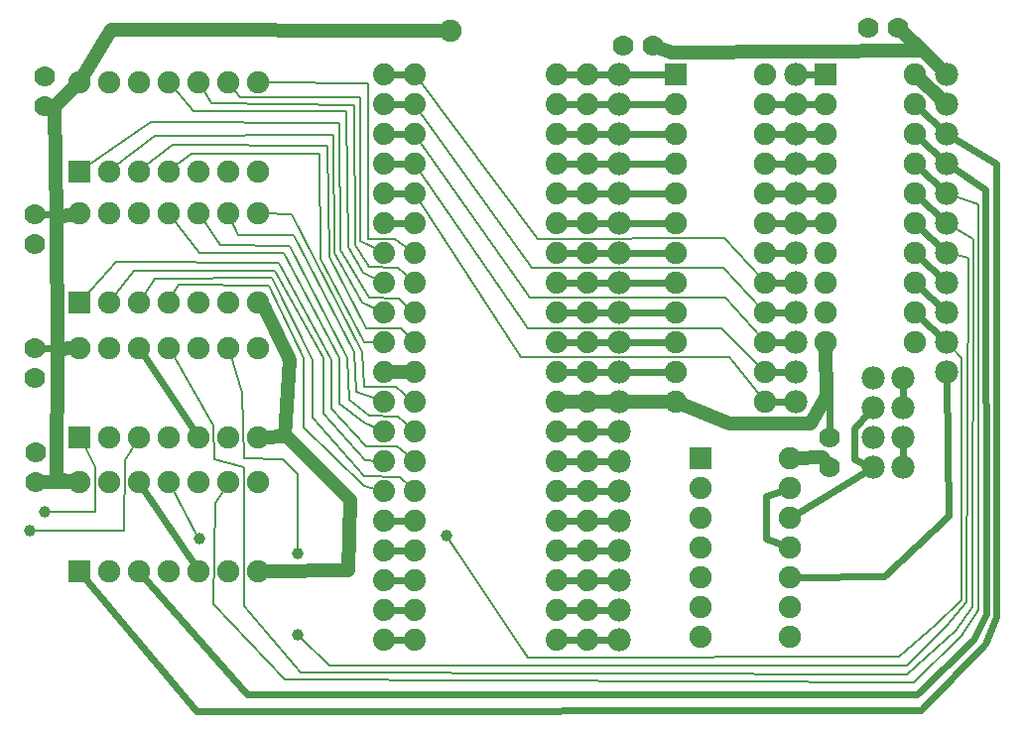
<source format=gtl>
G04 MADE WITH FRITZING*
G04 WWW.FRITZING.ORG*
G04 DOUBLE SIDED*
G04 HOLES PLATED*
G04 CONTOUR ON CENTER OF CONTOUR VECTOR*
%ASAXBY*%
%FSLAX23Y23*%
%MOIN*%
%OFA0B0*%
%SFA1.0B1.0*%
%ADD10C,0.075433*%
%ADD11C,0.078000*%
%ADD12C,0.070000*%
%ADD13C,0.039370*%
%ADD14C,0.075000*%
%ADD15C,0.074000*%
%ADD16R,0.075000X0.075000*%
%ADD17C,0.048000*%
%ADD18C,0.024000*%
%ADD19C,0.008000*%
%LNCOPPER1*%
G90*
G70*
G54D10*
X1522Y2356D03*
G54D11*
X2086Y2208D03*
X2086Y2108D03*
X2086Y2008D03*
X2086Y1908D03*
X2086Y1808D03*
X2086Y1708D03*
X2086Y1608D03*
X2086Y1508D03*
X2086Y1408D03*
X2086Y1308D03*
X2086Y1208D03*
X2086Y1108D03*
X2086Y1008D03*
X2086Y908D03*
X2086Y808D03*
X2086Y708D03*
X2086Y608D03*
X2086Y508D03*
X2086Y408D03*
X2086Y308D03*
X2680Y2209D03*
X2680Y2109D03*
X2680Y2009D03*
X2680Y1909D03*
X2680Y1809D03*
X2680Y1709D03*
X2680Y1609D03*
X2680Y1509D03*
X2680Y1409D03*
X2680Y1309D03*
X2680Y1209D03*
X2680Y1109D03*
X3188Y2209D03*
X3188Y2109D03*
X3188Y2009D03*
X3188Y1909D03*
X3188Y1809D03*
X3188Y1709D03*
X3188Y1609D03*
X3188Y1509D03*
X3188Y1409D03*
X3188Y1309D03*
X3188Y1209D03*
G54D12*
X156Y2103D03*
X156Y2203D03*
G54D13*
X1508Y660D03*
G54D14*
X274Y1441D03*
X274Y1741D03*
X374Y1441D03*
X374Y1741D03*
X474Y1441D03*
X474Y1741D03*
X574Y1441D03*
X574Y1741D03*
X674Y1441D03*
X674Y1741D03*
X774Y1441D03*
X774Y1741D03*
X874Y1441D03*
X874Y1741D03*
X274Y1883D03*
X274Y2183D03*
X374Y1883D03*
X374Y2183D03*
X474Y1883D03*
X474Y2183D03*
X574Y1883D03*
X574Y2183D03*
X674Y1883D03*
X674Y2183D03*
X774Y1883D03*
X774Y2183D03*
X874Y1883D03*
X874Y2183D03*
G54D15*
X1401Y2207D03*
X1401Y2107D03*
X1401Y2007D03*
X1401Y1907D03*
X1401Y1807D03*
X1401Y1707D03*
X1401Y1607D03*
X1401Y1507D03*
X1401Y1407D03*
X1401Y1307D03*
X1401Y1207D03*
X1401Y1107D03*
X1401Y1007D03*
X1401Y907D03*
X1401Y807D03*
X1401Y707D03*
X1401Y607D03*
X1401Y507D03*
X1401Y407D03*
X1401Y307D03*
X1981Y307D03*
X1981Y407D03*
X1981Y507D03*
X1981Y607D03*
X1981Y707D03*
X1981Y807D03*
X1981Y907D03*
X1981Y1007D03*
X1981Y1207D03*
X1981Y1307D03*
X1981Y1407D03*
X1981Y1507D03*
X1981Y1607D03*
X1981Y1707D03*
X1981Y1807D03*
X1981Y1907D03*
X1981Y2007D03*
X1981Y2107D03*
X1981Y2207D03*
X1981Y1107D03*
X1401Y2207D03*
X1401Y2107D03*
X1401Y2007D03*
X1401Y1907D03*
X1401Y1807D03*
X1401Y1707D03*
X1401Y1607D03*
X1401Y1507D03*
X1401Y1407D03*
X1401Y1307D03*
X1401Y1207D03*
X1401Y1107D03*
X1401Y1007D03*
X1401Y907D03*
X1401Y807D03*
X1401Y707D03*
X1401Y607D03*
X1401Y507D03*
X1401Y407D03*
X1401Y307D03*
X1981Y307D03*
X1981Y407D03*
X1981Y507D03*
X1981Y607D03*
X1981Y707D03*
X1981Y807D03*
X1981Y907D03*
X1981Y1007D03*
X1981Y1207D03*
X1981Y1307D03*
X1981Y1407D03*
X1981Y1507D03*
X1981Y1607D03*
X1981Y1707D03*
X1981Y1807D03*
X1981Y1907D03*
X1981Y2007D03*
X1981Y2107D03*
X1981Y2207D03*
X1981Y1107D03*
G54D12*
X125Y1740D03*
X125Y1640D03*
X2101Y2305D03*
X2202Y2305D03*
G54D13*
X676Y648D03*
G54D15*
X1298Y2207D03*
X1298Y2107D03*
X1298Y2007D03*
X1298Y1907D03*
X1298Y1807D03*
X1298Y1707D03*
X1298Y1607D03*
X1298Y1507D03*
X1298Y1407D03*
X1298Y1307D03*
X1298Y1207D03*
X1298Y1107D03*
X1298Y1007D03*
X1298Y907D03*
X1298Y807D03*
X1298Y707D03*
X1298Y607D03*
X1298Y507D03*
X1298Y407D03*
X1298Y307D03*
X1878Y307D03*
X1878Y407D03*
X1878Y507D03*
X1878Y607D03*
X1878Y707D03*
X1878Y807D03*
X1878Y907D03*
X1878Y1007D03*
X1878Y1207D03*
X1878Y1307D03*
X1878Y1407D03*
X1878Y1507D03*
X1878Y1607D03*
X1878Y1707D03*
X1878Y1807D03*
X1878Y1907D03*
X1878Y2007D03*
X1878Y2107D03*
X1878Y2207D03*
X1878Y1107D03*
X1298Y2207D03*
X1298Y2107D03*
X1298Y2007D03*
X1298Y1907D03*
X1298Y1807D03*
X1298Y1707D03*
X1298Y1607D03*
X1298Y1507D03*
X1298Y1407D03*
X1298Y1307D03*
X1298Y1207D03*
X1298Y1107D03*
X1298Y1007D03*
X1298Y907D03*
X1298Y807D03*
X1298Y707D03*
X1298Y607D03*
X1298Y507D03*
X1298Y407D03*
X1298Y307D03*
X1878Y307D03*
X1878Y407D03*
X1878Y507D03*
X1878Y607D03*
X1878Y707D03*
X1878Y807D03*
X1878Y907D03*
X1878Y1007D03*
X1878Y1207D03*
X1878Y1307D03*
X1878Y1407D03*
X1878Y1507D03*
X1878Y1607D03*
X1878Y1707D03*
X1878Y1807D03*
X1878Y1907D03*
X1878Y2007D03*
X1878Y2107D03*
X1878Y2207D03*
X1878Y1107D03*
G54D12*
X129Y937D03*
X129Y837D03*
G54D13*
X109Y675D03*
G54D14*
X2279Y2208D03*
X2579Y2208D03*
X2279Y2108D03*
X2579Y2108D03*
X2279Y2008D03*
X2579Y2008D03*
X2279Y1908D03*
X2579Y1908D03*
X2279Y1808D03*
X2579Y1808D03*
X2279Y1708D03*
X2579Y1708D03*
X2279Y1608D03*
X2579Y1608D03*
X2279Y1508D03*
X2579Y1508D03*
X2279Y1408D03*
X2579Y1408D03*
X2279Y1308D03*
X2579Y1308D03*
X2279Y1208D03*
X2579Y1208D03*
X2279Y1108D03*
X2579Y1108D03*
G54D12*
X125Y1287D03*
X125Y1187D03*
X2924Y2364D03*
X3024Y2364D03*
G54D13*
X156Y738D03*
G54D14*
X275Y989D03*
X275Y1289D03*
X375Y989D03*
X375Y1289D03*
X475Y989D03*
X475Y1289D03*
X575Y989D03*
X575Y1289D03*
X675Y989D03*
X675Y1289D03*
X775Y989D03*
X775Y1289D03*
X875Y989D03*
X875Y1289D03*
G54D11*
X2940Y1189D03*
X2940Y1089D03*
X2940Y989D03*
X2940Y889D03*
X2940Y1189D03*
X2940Y1089D03*
X2940Y989D03*
X2940Y889D03*
X3040Y889D03*
X3040Y989D03*
X3040Y1089D03*
X3040Y1189D03*
G54D13*
X1008Y324D03*
G54D14*
X2782Y2207D03*
X3082Y2207D03*
X2782Y2107D03*
X3082Y2107D03*
X2782Y2007D03*
X3082Y2007D03*
X2782Y1907D03*
X3082Y1907D03*
X2782Y1807D03*
X3082Y1807D03*
X2782Y1707D03*
X3082Y1707D03*
X2782Y1607D03*
X3082Y1607D03*
X2782Y1507D03*
X3082Y1507D03*
X2782Y1407D03*
X3082Y1407D03*
X2782Y1307D03*
X3082Y1307D03*
G54D12*
X2794Y890D03*
X2794Y990D03*
G54D13*
X1008Y600D03*
G54D14*
X275Y537D03*
X275Y837D03*
X375Y537D03*
X375Y837D03*
X475Y537D03*
X475Y837D03*
X575Y537D03*
X575Y837D03*
X675Y537D03*
X675Y837D03*
X775Y537D03*
X775Y837D03*
X875Y537D03*
X875Y837D03*
X2361Y918D03*
X2661Y918D03*
X2361Y818D03*
X2661Y818D03*
X2361Y718D03*
X2661Y718D03*
X2361Y618D03*
X2661Y618D03*
X2361Y518D03*
X2661Y518D03*
X2361Y418D03*
X2661Y418D03*
X2361Y318D03*
X2661Y318D03*
G54D16*
X274Y1441D03*
X274Y1883D03*
X2279Y2208D03*
X275Y989D03*
X2782Y2207D03*
X275Y537D03*
X2361Y918D03*
G54D17*
X382Y2359D02*
X284Y2198D01*
D02*
X1505Y2356D02*
X382Y2359D01*
G54D18*
D02*
X2067Y508D02*
X2001Y508D01*
D02*
X2067Y608D02*
X2001Y608D01*
D02*
X2067Y708D02*
X2001Y708D01*
D02*
X2067Y808D02*
X2001Y808D01*
D02*
X2067Y908D02*
X2001Y908D01*
D02*
X2067Y1008D02*
X2001Y1008D01*
D02*
X2661Y1609D02*
X2596Y1608D01*
D02*
X2661Y1509D02*
X2596Y1508D01*
D02*
X2661Y1409D02*
X2596Y1408D01*
D02*
X2661Y1309D02*
X2596Y1308D01*
D02*
X2661Y1209D02*
X2596Y1208D01*
D02*
X2661Y1109D02*
X2596Y1108D01*
D02*
X2067Y308D02*
X2001Y308D01*
D02*
X2067Y408D02*
X2001Y408D01*
D02*
X3095Y1496D02*
X3174Y1422D01*
D02*
X3174Y1522D02*
X3095Y1596D01*
D02*
X3174Y1622D02*
X3095Y1696D01*
D02*
X3174Y1722D02*
X3095Y1796D01*
D02*
X3174Y1822D02*
X3095Y1896D01*
D02*
X3174Y1922D02*
X3095Y1996D01*
D02*
X3174Y2022D02*
X3095Y2096D01*
D02*
X2067Y2008D02*
X2002Y2008D01*
D02*
X2105Y2008D02*
X2261Y2008D01*
D02*
X2002Y2108D02*
X2067Y2108D01*
D02*
X2105Y2108D02*
X2261Y2108D01*
D02*
X2002Y2208D02*
X2067Y2208D01*
D02*
X2105Y2208D02*
X2261Y2208D01*
G54D17*
D02*
X2263Y2282D02*
X3106Y2289D01*
D02*
X3106Y2289D02*
X3174Y2222D01*
D02*
X2216Y2300D02*
X2263Y2282D01*
D02*
X3095Y2196D02*
X3174Y2122D01*
G54D18*
D02*
X3095Y1396D02*
X3174Y1322D01*
D02*
X2067Y1508D02*
X2002Y1508D01*
D02*
X2105Y1508D02*
X2261Y1508D01*
D02*
X2067Y1608D02*
X2002Y1608D01*
D02*
X2105Y1608D02*
X2261Y1608D01*
D02*
X2067Y1708D02*
X2002Y1708D01*
D02*
X2105Y1708D02*
X2261Y1708D01*
D02*
X2067Y1808D02*
X2002Y1808D01*
D02*
X2105Y1808D02*
X2261Y1808D01*
D02*
X2067Y1908D02*
X2002Y1908D01*
D02*
X2105Y1908D02*
X2261Y1908D01*
D02*
X2699Y2109D02*
X2764Y2108D01*
D02*
X2699Y2209D02*
X2764Y2208D01*
G54D17*
D02*
X2067Y1108D02*
X2002Y1108D01*
D02*
X2105Y1108D02*
X2261Y1108D01*
G54D18*
D02*
X2067Y1208D02*
X2002Y1208D01*
D02*
X2105Y1208D02*
X2261Y1208D01*
D02*
X2067Y1308D02*
X2002Y1308D01*
D02*
X2105Y1308D02*
X2261Y1308D01*
D02*
X2067Y1408D02*
X2002Y1408D01*
D02*
X2105Y1408D02*
X2261Y1408D01*
G54D17*
D02*
X3106Y2289D02*
X3035Y2354D01*
G54D18*
D02*
X2661Y1709D02*
X2596Y1708D01*
D02*
X2699Y1709D02*
X2764Y1708D01*
D02*
X2661Y1809D02*
X2596Y1808D01*
D02*
X2699Y1809D02*
X2764Y1808D01*
D02*
X2661Y1909D02*
X2596Y1908D01*
D02*
X2699Y1909D02*
X2764Y1908D01*
D02*
X2661Y2009D02*
X2596Y2008D01*
D02*
X2699Y2009D02*
X2764Y2008D01*
D02*
X2661Y2109D02*
X2596Y2108D01*
D02*
X2976Y523D02*
X2679Y518D01*
D02*
X3193Y726D02*
X2976Y523D01*
D02*
X3188Y1190D02*
X3193Y726D01*
D02*
X2582Y648D02*
X2582Y793D01*
D02*
X2582Y793D02*
X2645Y813D01*
D02*
X2645Y624D02*
X2582Y648D01*
D02*
X1959Y2207D02*
X1900Y2207D01*
D02*
X1959Y2107D02*
X1900Y2107D01*
D02*
X1959Y2007D02*
X1900Y2007D01*
D02*
X1959Y1907D02*
X1900Y1907D01*
D02*
X1959Y1807D02*
X1900Y1807D01*
D02*
X1959Y1707D02*
X1900Y1707D01*
D02*
X1959Y1607D02*
X1900Y1607D01*
D02*
X1959Y1507D02*
X1900Y1507D01*
D02*
X1959Y1407D02*
X1900Y1407D01*
D02*
X1959Y1307D02*
X1900Y1307D01*
D02*
X1959Y1207D02*
X1900Y1207D01*
G54D17*
D02*
X1959Y1107D02*
X1900Y1107D01*
G54D18*
D02*
X1961Y1007D02*
X1898Y1007D01*
D02*
X1961Y907D02*
X1898Y907D01*
D02*
X1961Y807D02*
X1898Y807D01*
D02*
X1961Y707D02*
X1898Y707D01*
D02*
X1961Y607D02*
X1898Y607D01*
D02*
X1961Y507D02*
X1898Y507D01*
D02*
X1961Y407D02*
X1898Y407D01*
D02*
X1961Y307D02*
X1898Y307D01*
D02*
X1318Y2207D02*
X1381Y2207D01*
D02*
X1318Y2107D02*
X1381Y2107D01*
D02*
X1318Y2007D02*
X1381Y2007D01*
D02*
X1318Y1907D02*
X1381Y1907D01*
D02*
X1318Y1807D02*
X1381Y1807D01*
D02*
X1318Y1707D02*
X1381Y1707D01*
G54D17*
D02*
X1318Y1207D02*
X1381Y1207D01*
G54D18*
D02*
X1318Y707D02*
X1381Y707D01*
D02*
X1318Y607D02*
X1381Y607D01*
D02*
X1318Y507D02*
X1381Y507D01*
D02*
X1318Y407D02*
X1381Y407D01*
D02*
X1318Y307D02*
X1381Y307D01*
G54D17*
D02*
X196Y1730D02*
X191Y2100D01*
D02*
X191Y2100D02*
X262Y2171D01*
D02*
X257Y1739D02*
X196Y1730D01*
D02*
X200Y1285D02*
X257Y1288D01*
D02*
X196Y1730D02*
X200Y1285D01*
D02*
X200Y1285D02*
X196Y848D01*
D02*
X196Y848D02*
X258Y839D01*
G54D19*
D02*
X1384Y1619D02*
X1333Y1656D01*
D02*
X1243Y1656D02*
X1243Y2179D01*
D02*
X1243Y2179D02*
X892Y2183D01*
D02*
X1333Y1656D02*
X1243Y1656D01*
D02*
X813Y2132D02*
X785Y2169D01*
D02*
X1219Y2132D02*
X813Y2132D01*
D02*
X1219Y1648D02*
X1219Y2132D01*
D02*
X1280Y1617D02*
X1219Y1648D01*
D02*
X1196Y2104D02*
X1200Y1635D01*
D02*
X719Y2111D02*
X1196Y2104D01*
D02*
X1200Y1635D02*
X1247Y1561D01*
D02*
X684Y2168D02*
X719Y2111D01*
D02*
X1247Y1561D02*
X1345Y1558D01*
D02*
X1345Y1558D02*
X1386Y1521D01*
D02*
X1228Y1541D02*
X1280Y1516D01*
D02*
X1172Y2084D02*
X1176Y1628D01*
D02*
X1176Y1628D02*
X1228Y1541D01*
D02*
X656Y2085D02*
X1172Y2084D01*
D02*
X586Y2170D02*
X656Y2085D01*
D02*
X1152Y1620D02*
X1149Y2045D01*
D02*
X1346Y1454D02*
X1247Y1459D01*
D02*
X1385Y1420D02*
X1346Y1454D01*
D02*
X1247Y1459D02*
X1152Y1620D01*
D02*
X1149Y2045D02*
X515Y2050D01*
D02*
X1132Y1609D02*
X1223Y1443D01*
D02*
X1223Y1443D02*
X1280Y1416D01*
D02*
X1129Y2005D02*
X1132Y1609D01*
D02*
X526Y2002D02*
X1129Y2005D01*
D02*
X515Y2050D02*
X289Y1893D01*
D02*
X526Y2002D02*
X388Y1894D01*
D02*
X1239Y1356D02*
X1114Y1596D01*
D02*
X1353Y1356D02*
X1239Y1356D01*
D02*
X1114Y1596D02*
X1106Y1970D01*
D02*
X1106Y1970D02*
X589Y1971D01*
D02*
X589Y1971D02*
X488Y1894D01*
D02*
X1387Y1322D02*
X1353Y1356D01*
D02*
X1231Y1308D02*
X1085Y1588D01*
D02*
X1085Y1588D02*
X1082Y1943D01*
D02*
X1082Y1943D02*
X652Y1943D01*
D02*
X652Y1943D02*
X588Y1894D01*
D02*
X1278Y1308D02*
X1231Y1308D01*
D02*
X1337Y1159D02*
X1231Y1159D01*
D02*
X1231Y1159D02*
X1223Y1274D01*
D02*
X987Y1737D02*
X892Y1741D01*
D02*
X1385Y1120D02*
X1337Y1159D01*
D02*
X1223Y1274D02*
X987Y1737D01*
D02*
X1204Y1143D02*
X1196Y1274D01*
D02*
X1196Y1274D02*
X995Y1667D01*
D02*
X809Y1667D02*
X782Y1726D01*
D02*
X1280Y1115D02*
X1204Y1143D01*
D02*
X995Y1667D02*
X809Y1667D01*
D02*
X1175Y1255D02*
X980Y1632D01*
D02*
X1180Y1116D02*
X1175Y1255D01*
D02*
X980Y1632D02*
X746Y1635D01*
D02*
X746Y1635D02*
X684Y1727D01*
D02*
X1247Y1061D02*
X1345Y1058D01*
D02*
X1345Y1058D02*
X1386Y1021D01*
D02*
X1180Y1116D02*
X1247Y1061D01*
D02*
X1149Y1255D02*
X960Y1609D01*
D02*
X1149Y1101D02*
X1149Y1255D01*
D02*
X1231Y1037D02*
X1149Y1101D01*
D02*
X960Y1609D02*
X676Y1608D01*
D02*
X676Y1608D02*
X585Y1727D01*
D02*
X1280Y1016D02*
X1231Y1037D01*
D02*
X1239Y959D02*
X1342Y959D01*
D02*
X1342Y959D02*
X1386Y921D01*
D02*
X1122Y1250D02*
X1122Y1085D01*
D02*
X1122Y1085D02*
X1239Y959D01*
D02*
X397Y1577D02*
X945Y1576D01*
D02*
X286Y1454D02*
X397Y1577D01*
D02*
X945Y1576D02*
X1122Y1250D01*
D02*
X1093Y1069D02*
X1093Y1254D01*
D02*
X1235Y911D02*
X1093Y1069D01*
D02*
X1093Y1254D02*
X932Y1548D01*
D02*
X456Y1549D02*
X385Y1455D01*
D02*
X932Y1548D02*
X456Y1549D01*
D02*
X1278Y909D02*
X1235Y911D01*
D02*
X1232Y860D02*
X1350Y856D01*
D02*
X1350Y856D02*
X1386Y821D01*
D02*
X1058Y1250D02*
X1058Y1054D01*
D02*
X1058Y1054D02*
X1232Y860D01*
D02*
X526Y1523D02*
X920Y1526D01*
D02*
X483Y1456D02*
X526Y1523D01*
D02*
X920Y1526D02*
X1058Y1250D01*
D02*
X1026Y1022D02*
X1026Y1254D01*
D02*
X1231Y824D02*
X1026Y1022D01*
D02*
X1026Y1254D02*
X912Y1498D01*
D02*
X912Y1498D02*
X606Y1502D01*
D02*
X606Y1502D02*
X582Y1457D01*
D02*
X1279Y812D02*
X1231Y824D01*
G54D18*
D02*
X665Y1004D02*
X485Y1275D01*
D02*
X666Y551D02*
X485Y822D01*
G54D19*
D02*
X1814Y1656D02*
X2440Y1659D01*
D02*
X1413Y2191D02*
X1814Y1656D01*
D02*
X1412Y2091D02*
X1795Y1558D01*
D02*
X1795Y1558D02*
X2436Y1558D01*
D02*
X1787Y1460D02*
X2445Y1459D01*
D02*
X1412Y1991D02*
X1787Y1460D01*
D02*
X1412Y1891D02*
X1782Y1356D01*
D02*
X1782Y1356D02*
X2432Y1356D01*
D02*
X1759Y1258D02*
X2456Y1258D01*
D02*
X1412Y1791D02*
X1759Y1258D01*
G54D17*
D02*
X1183Y778D02*
X1179Y541D01*
D02*
X972Y993D02*
X1183Y778D01*
D02*
X1179Y541D02*
X893Y537D01*
D02*
X892Y990D02*
X972Y993D01*
D02*
X963Y993D02*
X980Y1247D01*
D02*
X980Y1247D02*
X893Y1428D01*
D02*
X892Y990D02*
X963Y993D01*
D02*
X2783Y1129D02*
X2732Y1034D01*
D02*
X2456Y1034D02*
X2295Y1101D01*
D02*
X2782Y1290D02*
X2783Y1129D01*
G54D18*
D02*
X3100Y72D02*
X669Y69D01*
D02*
X3353Y1908D02*
X3353Y384D01*
D02*
X3318Y294D02*
X3100Y72D01*
D02*
X3204Y1999D02*
X3353Y1908D01*
D02*
X669Y69D02*
X287Y523D01*
D02*
X3089Y124D02*
X837Y124D01*
D02*
X3318Y1821D02*
X3322Y395D01*
D02*
X3204Y1898D02*
X3318Y1821D01*
D02*
X3279Y310D02*
X3089Y124D01*
D02*
X837Y124D02*
X487Y523D01*
G54D19*
D02*
X3295Y1773D02*
X3295Y408D01*
D02*
X3206Y1803D02*
X3295Y1773D01*
D02*
X3078Y166D02*
X963Y174D01*
D02*
X3239Y321D02*
X3078Y166D01*
D02*
X731Y770D02*
X766Y822D01*
D02*
X963Y174D02*
X723Y428D01*
D02*
X723Y428D02*
X731Y770D01*
D02*
X728Y915D02*
X724Y1030D01*
D02*
X3053Y191D02*
X1019Y198D01*
D02*
X826Y887D02*
X728Y915D01*
D02*
X3279Y1655D02*
X3275Y419D01*
D02*
X3204Y1699D02*
X3279Y1655D01*
D02*
X1019Y198D02*
X826Y423D01*
D02*
X724Y1030D02*
X584Y1274D01*
D02*
X3216Y340D02*
X3053Y191D01*
D02*
X3188Y356D02*
X3053Y222D01*
D02*
X3262Y1592D02*
X3255Y435D01*
D02*
X3207Y1605D02*
X3262Y1592D01*
D02*
X3053Y222D02*
X1113Y223D01*
D02*
X1113Y223D02*
X1013Y319D01*
D02*
X1007Y608D02*
X1006Y865D01*
D02*
X822Y1139D02*
X780Y1273D01*
D02*
X826Y919D02*
X822Y1139D01*
D02*
X956Y915D02*
X826Y919D01*
D02*
X164Y738D02*
X326Y739D01*
D02*
X326Y889D02*
X283Y974D01*
D02*
X326Y739D02*
X326Y889D01*
D02*
X424Y674D02*
X428Y911D01*
D02*
X117Y675D02*
X424Y674D01*
D02*
X428Y911D02*
X466Y974D01*
D02*
X672Y655D02*
X584Y821D01*
D02*
X3026Y253D02*
X1782Y247D01*
D02*
X1782Y247D02*
X1512Y653D01*
D02*
X3239Y1254D02*
X3236Y443D01*
D02*
X3201Y1295D02*
X3239Y1254D01*
D02*
X2456Y1258D02*
X2567Y1121D01*
D02*
X2432Y1356D02*
X2566Y1220D01*
D02*
X2445Y1459D02*
X2567Y1321D01*
D02*
X2436Y1558D02*
X2566Y1420D01*
D02*
X2440Y1659D02*
X2567Y1521D01*
G54D17*
D02*
X191Y2100D02*
X171Y2102D01*
G54D18*
D02*
X257Y1741D02*
X140Y1740D01*
G54D17*
D02*
X258Y837D02*
X144Y837D01*
G54D18*
D02*
X257Y1289D02*
X140Y1287D01*
G54D19*
D02*
X3236Y443D02*
X3152Y357D01*
D02*
X3152Y357D02*
X3026Y253D01*
D02*
X3255Y435D02*
X3188Y356D01*
D02*
X3275Y419D02*
X3216Y340D01*
D02*
X3295Y408D02*
X3239Y321D01*
G54D18*
D02*
X3322Y395D02*
X3279Y310D01*
D02*
X3353Y384D02*
X3318Y294D01*
D02*
X2795Y1129D02*
X2794Y1005D01*
D02*
X2783Y1129D02*
X2795Y1129D01*
G54D17*
D02*
X893Y1428D02*
X888Y1431D01*
G54D19*
D02*
X826Y423D02*
X826Y887D01*
D02*
X1006Y865D02*
X956Y915D01*
G54D17*
D02*
X2732Y1034D02*
X2456Y1034D01*
G54D18*
D02*
X2927Y1074D02*
X2877Y1019D01*
D02*
X2877Y1019D02*
X2877Y915D01*
D02*
X2877Y915D02*
X2922Y896D01*
D02*
X3040Y908D02*
X3040Y970D01*
D02*
X3040Y1108D02*
X3040Y1170D01*
G54D17*
D02*
X2785Y902D02*
X2770Y923D01*
D02*
X2770Y923D02*
X2679Y918D01*
G54D18*
D02*
X2924Y879D02*
X2676Y727D01*
G04 End of Copper1*
M02*
</source>
